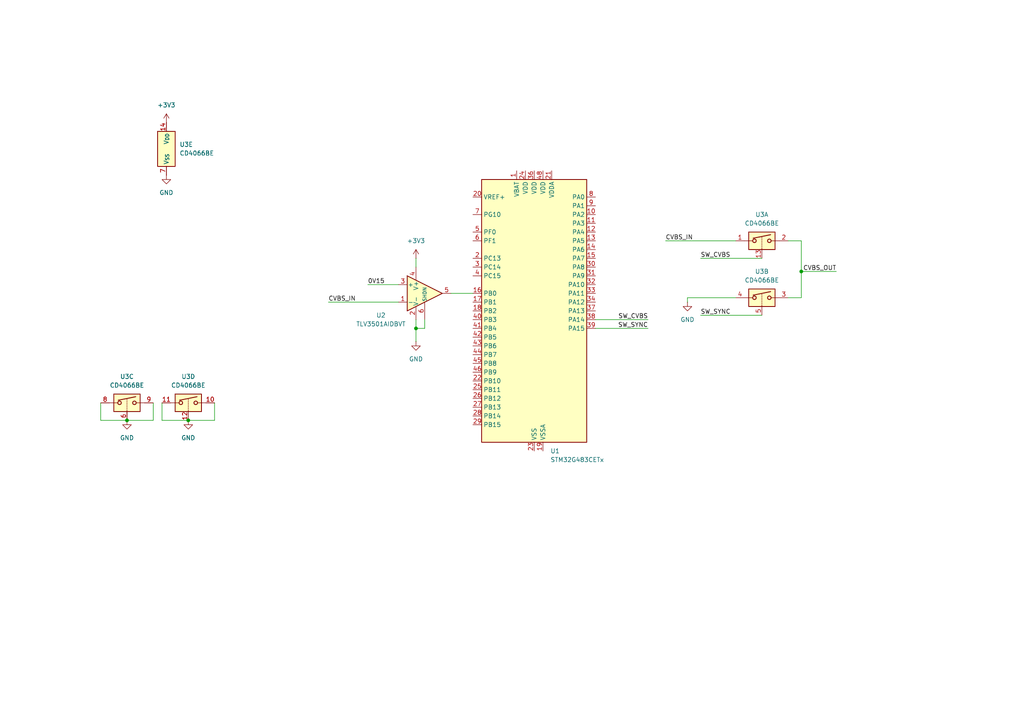
<source format=kicad_sch>
(kicad_sch (version 20250114) (generator "eeschema") (generator_version "9.0")
  (paper "A4")
  (lib_symbols
    (symbol "Analog_Switch:CD4066BE"
      (property "Reference" "U" (at -5.08 3.81 0))
      (property "Value" "CD4066BE" (at 7.62 3.81 0))
      (symbol "CD4066BE_1_1"
        (polyline (pts (xy -5.08 0) (xy -2.794 0)))
        (rectangle (start -3.81 2.54) (end 3.81 -2.54) (stroke (width 0.254)) (fill (type background)))
        (polyline (pts (xy -2.54 0.762) (xy 2.54 1.778)) (stroke (width 0.254)))
        (circle (center -2.159 0) (radius 0.508) (stroke (width 0.254)))
        (polyline (pts (xy 0 0.762) (xy 0 1.016)))
        (polyline (pts (xy 0 0.254) (xy 0 0.508)))
        (polyline (pts (xy 0 -0.254) (xy 0 0)))
        (polyline (pts (xy 0 -0.762) (xy 0 -0.508)))
        (polyline (pts (xy 0 -1.27) (xy 0 -1.016)))
        (polyline (pts (xy 0 -1.778) (xy 0 -1.524)))
        (polyline (pts (xy 0 -2.54) (xy 0 -2.032)))
        (circle (center 2.159 0) (radius 0.508) (stroke (width 0.254)))
        (polyline (pts (xy 5.08 0) (xy 2.794 0)))
        (pin bidirectional line (at -7.62 0 0) (length 2.54) (name "~") (number "1"))
        (pin input line (at 0 -5.08 90) (length 2.54) (name "~") (number "13"))
        (pin bidirectional line (at 7.62 0 180) (length 2.54) (name "~") (number "2"))
      )
      (symbol "CD4066BE_2_1"
        (polyline (pts (xy -5.08 0) (xy -2.794 0)))
        (rectangle (start -3.81 2.54) (end 3.81 -2.54) (stroke (width 0.254)) (fill (type background)))
        (polyline (pts (xy -2.54 0.762) (xy 2.54 1.778)) (stroke (width 0.254)))
        (circle (center -2.159 0) (radius 0.508) (stroke (width 0.254)))
        (polyline (pts (xy 0 0.762) (xy 0 1.016)))
        (polyline (pts (xy 0 0.254) (xy 0 0.508)))
        (polyline (pts (xy 0 -0.254) (xy 0 0)))
        (polyline (pts (xy 0 -0.762) (xy 0 -0.508)))
        (polyline (pts (xy 0 -1.27) (xy 0 -1.016)))
        (polyline (pts (xy 0 -1.778) (xy 0 -1.524)))
        (polyline (pts (xy 0 -2.54) (xy 0 -2.032)))
        (circle (center 2.159 0) (radius 0.508) (stroke (width 0.254)))
        (polyline (pts (xy 5.08 0) (xy 2.794 0)))
        (pin bidirectional line (at -7.62 0 0) (length 2.54) (name "~") (number "4"))
        (pin input line (at 0 -5.08 90) (length 2.54) (name "~") (number "5"))
        (pin bidirectional line (at 7.62 0 180) (length 2.54) (name "~") (number "3"))
      )
      (symbol "CD4066BE_3_1"
        (polyline (pts (xy -5.08 0) (xy -2.794 0)))
        (rectangle (start -3.81 2.54) (end 3.81 -2.54) (stroke (width 0.254)) (fill (type background)))
        (polyline (pts (xy -2.54 0.762) (xy 2.54 1.778)) (stroke (width 0.254)))
        (circle (center -2.159 0) (radius 0.508) (stroke (width 0.254)))
        (polyline (pts (xy 0 0.762) (xy 0 1.016)))
        (polyline (pts (xy 0 0.254) (xy 0 0.508)))
        (polyline (pts (xy 0 -0.254) (xy 0 0)))
        (polyline (pts (xy 0 -0.762) (xy 0 -0.508)))
        (polyline (pts (xy 0 -1.27) (xy 0 -1.016)))
        (polyline (pts (xy 0 -1.778) (xy 0 -1.524)))
        (polyline (pts (xy 0 -2.54) (xy 0 -2.032)))
        (circle (center 2.159 0) (radius 0.508) (stroke (width 0.254)))
        (polyline (pts (xy 5.08 0) (xy 2.794 0)))
        (pin bidirectional line (at -7.62 0 0) (length 2.54) (name "~") (number "8"))
        (pin input line (at 0 -5.08 90) (length 2.54) (name "~") (number "6"))
        (pin bidirectional line (at 7.62 0 180) (length 2.54) (name "~") (number "9"))
      )
      (symbol "CD4066BE_4_1"
        (polyline (pts (xy -5.08 0) (xy -2.794 0)))
        (rectangle (start -3.81 2.54) (end 3.81 -2.54) (stroke (width 0.254)) (fill (type background)))
        (polyline (pts (xy -2.54 0.762) (xy 2.54 1.778)) (stroke (width 0.254)))
        (circle (center -2.159 0) (radius 0.508) (stroke (width 0.254)))
        (polyline (pts (xy 0 0.762) (xy 0 1.016)))
        (polyline (pts (xy 0 0.254) (xy 0 0.508)))
        (polyline (pts (xy 0 -0.254) (xy 0 0)))
        (polyline (pts (xy 0 -0.762) (xy 0 -0.508)))
        (polyline (pts (xy 0 -1.27) (xy 0 -1.016)))
        (polyline (pts (xy 0 -1.778) (xy 0 -1.524)))
        (polyline (pts (xy 0 -2.54) (xy 0 -2.032)))
        (circle (center 2.159 0) (radius 0.508) (stroke (width 0.254)))
        (polyline (pts (xy 5.08 0) (xy 2.794 0)))
        (pin bidirectional line (at -7.62 0 0) (length 2.54) (name "~") (number "11"))
        (pin input line (at 0 -5.08 90) (length 2.54) (name "~") (number "12"))
        (pin bidirectional line (at 7.62 0 180) (length 2.54) (name "~") (number "10"))
      )
      (symbol "CD4066BE_5_1"
        (rectangle (start -2.54 5.08) (end 2.54 -5.08) (stroke (width 0.254)) (fill (type background)))
        (pin power_in line (at 0 7.62 270) (length 2.54) (name "V_{DD}") (number "14"))
        (pin power_in line (at 0 -7.62 90) (length 2.54) (name "V_{SS}") (number "7"))
      )
    )
    (symbol "Comparator:TLV3501AIDBV" (pin_names (offset 0.127))
      (property "Reference" "U" (at 3.81 -5.08 0))
      (property "Value" "TLV3501AIDBV" (at 3.81 -7.62 0))
      (symbol "TLV3501AIDBV_1_1"
        (polyline (pts (xy -5.08 5.08) (xy 5.08 0) (xy -5.08 -5.08) (xy -5.08 5.08)) (stroke (width 0.254)) (fill (type background)))
        (pin input line (at -7.62 2.54 0) (length 2.54) (name "+") (number "3"))
        (pin input line (at -7.62 -2.54 0) (length 2.54) (name "-") (number "1"))
        (pin power_in line (at -2.54 7.62 270) (length 3.81) (name "V+") (number "4"))
        (pin power_in line (at -2.54 -7.62 90) (length 3.81) (name "V-") (number "2"))
        (pin input line (at 0 -7.62 90) (length 5.08) (name "SHDN") (number "6"))
        (pin output line (at 7.62 0 180) (length 2.54) (name "~") (number "5"))
      )
    )
    (symbol "MCU_ST_STM32G4:STM32G483CETx"
      (property "Reference" "U" (at -15.24 39.37 0))
      (property "Value" "STM32G483CETx" (at 7.62 39.37 0))
      (symbol "STM32G483CETx_0_1"
        (rectangle (start -15.24 -38.1) (end 15.24 38.1) (stroke (width 0.254)) (fill (type background)))
      )
      (symbol "STM32G483CETx_1_1"
        (pin input line (at -17.78 33.02 0) (length 2.54) (name "VREF+") (number "20"))
        (pin bidirectional line (at -17.78 27.94 0) (length 2.54) (name "PG10") (number "7"))
        (pin bidirectional line (at -17.78 22.86 0) (length 2.54) (name "PF0") (number "5"))
        (pin bidirectional line (at -17.78 20.32 0) (length 2.54) (name "PF1") (number "6"))
        (pin bidirectional line (at -17.78 15.24 0) (length 2.54) (name "PC13") (number "2"))
        (pin bidirectional line (at -17.78 12.7 0) (length 2.54) (name "PC14") (number "3"))
        (pin bidirectional line (at -17.78 10.16 0) (length 2.54) (name "PC15") (number "4"))
        (pin bidirectional line (at -17.78 5.08 0) (length 2.54) (name "PB0") (number "16"))
        (pin bidirectional line (at -17.78 2.54 0) (length 2.54) (name "PB1") (number "17"))
        (pin bidirectional line (at -17.78 0 0) (length 2.54) (name "PB2") (number "18"))
        (pin bidirectional line (at -17.78 -2.54 0) (length 2.54) (name "PB3") (number "40"))
        (pin bidirectional line (at -17.78 -5.08 0) (length 2.54) (name "PB4") (number "41"))
        (pin bidirectional line (at -17.78 -7.62 0) (length 2.54) (name "PB5") (number "42"))
        (pin bidirectional line (at -17.78 -10.16 0) (length 2.54) (name "PB6") (number "43"))
        (pin bidirectional line (at -17.78 -12.7 0) (length 2.54) (name "PB7") (number "44"))
        (pin bidirectional line (at -17.78 -15.24 0) (length 2.54) (name "PB8") (number "45"))
        (pin bidirectional line (at -17.78 -17.78 0) (length 2.54) (name "PB9") (number "46"))
        (pin bidirectional line (at -17.78 -20.32 0) (length 2.54) (name "PB10") (number "22"))
        (pin bidirectional line (at -17.78 -22.86 0) (length 2.54) (name "PB11") (number "25"))
        (pin bidirectional line (at -17.78 -25.4 0) (length 2.54) (name "PB12") (number "26"))
        (pin bidirectional line (at -17.78 -27.94 0) (length 2.54) (name "PB13") (number "27"))
        (pin bidirectional line (at -17.78 -30.48 0) (length 2.54) (name "PB14") (number "28"))
        (pin bidirectional line (at -17.78 -33.02 0) (length 2.54) (name "PB15") (number "29"))
        (pin power_in line (at -5.08 40.64 270) (length 2.54) (name "VBAT") (number "1"))
        (pin power_in line (at -2.54 40.64 270) (length 2.54) (name "VDD") (number "24"))
        (pin power_in line (at 0 40.64 270) (length 2.54) (name "VDD") (number "36"))
        (pin power_in line (at 0 -40.64 90) (length 2.54) (name "VSS") (number "23"))
        (pin passive line (at 0 -40.64 90) (length 2.54) (hide yes) (name "VSS") (number "35"))
        (pin passive line (at 0 -40.64 90) (length 2.54) (hide yes) (name "VSS") (number "47"))
        (pin power_in line (at 2.54 40.64 270) (length 2.54) (name "VDD") (number "48"))
        (pin power_in line (at 2.54 -40.64 90) (length 2.54) (name "VSSA") (number "19"))
        (pin power_in line (at 5.08 40.64 270) (length 2.54) (name "VDDA") (number "21"))
        (pin bidirectional line (at 17.78 33.02 180) (length 2.54) (name "PA0") (number "8"))
        (pin bidirectional line (at 17.78 30.48 180) (length 2.54) (name "PA1") (number "9"))
        (pin bidirectional line (at 17.78 27.94 180) (length 2.54) (name "PA2") (number "10"))
        (pin bidirectional line (at 17.78 25.4 180) (length 2.54) (name "PA3") (number "11"))
        (pin bidirectional line (at 17.78 22.86 180) (length 2.54) (name "PA4") (number "12"))
        (pin bidirectional line (at 17.78 20.32 180) (length 2.54) (name "PA5") (number "13"))
        (pin bidirectional line (at 17.78 17.78 180) (length 2.54) (name "PA6") (number "14"))
        (pin bidirectional line (at 17.78 15.24 180) (length 2.54) (name "PA7") (number "15"))
        (pin bidirectional line (at 17.78 12.7 180) (length 2.54) (name "PA8") (number "30"))
        (pin bidirectional line (at 17.78 10.16 180) (length 2.54) (name "PA9") (number "31"))
        (pin bidirectional line (at 17.78 7.62 180) (length 2.54) (name "PA10") (number "32"))
        (pin bidirectional line (at 17.78 5.08 180) (length 2.54) (name "PA11") (number "33"))
        (pin bidirectional line (at 17.78 2.54 180) (length 2.54) (name "PA12") (number "34"))
        (pin bidirectional line (at 17.78 0 180) (length 2.54) (name "PA13") (number "37"))
        (pin bidirectional line (at 17.78 -2.54 180) (length 2.54) (name "PA14") (number "38"))
        (pin bidirectional line (at 17.78 -5.08 180) (length 2.54) (name "PA15") (number "39"))
      )
    )
    (symbol "power:+3V3" (power) (pin_numbers (hide yes)) (pin_names (offset 0) (hide yes))
      (property "Value" "+3V3" (at 0 3.556 0))
      (symbol "+3V3_0_1"
        (polyline (pts (xy -0.762 1.27) (xy 0 2.54)))
        (polyline (pts (xy 0 2.54) (xy 0.762 1.27)))
        (polyline (pts (xy 0 0) (xy 0 2.54)))
      )
      (symbol "+3V3_1_1"
        (pin power_in line (at 0 0 90) (length 0) (name "~") (number "1"))
      )
    )
    (symbol "power:GND" (power) (pin_numbers (hide yes)) (pin_names (offset 0) (hide yes))
      (property "Value" "GND" (at 0 -3.81 0))
      (symbol "GND_0_1"
        (polyline (pts (xy 0 0) (xy 0 -1.27) (xy 1.27 -1.27) (xy 0 -2.54) (xy -1.27 -1.27) (xy 0 -1.27)))
      )
      (symbol "GND_1_1"
        (pin power_in line (at 0 0 270) (length 0) (name "~") (number "1"))
      )
    )
  )
  (junction (at 54.61 121.92))
  (junction (at 36.83 121.92))
  (junction (at 232.41 78.74))
  (junction (at 120.65 95.25))
  (wire (pts (xy 203.2 74.93) (xy 220.98 74.93)))
  (wire (pts (xy 44.45 121.92) (xy 44.45 116.84)))
  (wire (pts (xy 36.83 121.92) (xy 29.21 121.92)))
  (wire (pts (xy 172.72 95.25) (xy 187.96 95.25)))
  (wire (pts (xy 29.21 121.92) (xy 29.21 116.84)))
  (wire (pts (xy 106.68 82.55) (xy 115.57 82.55)))
  (wire (pts (xy 36.83 121.92) (xy 44.45 121.92)))
  (wire (pts (xy 54.61 121.92) (xy 62.23 121.92)))
  (wire (pts (xy 232.41 78.74) (xy 232.41 86.36)))
  (wire (pts (xy 199.39 86.36) (xy 199.39 87.63)))
  (wire (pts (xy 123.19 92.71) (xy 123.19 95.25)))
  (wire (pts (xy 130.81 85.09) (xy 137.16 85.09)))
  (wire (pts (xy 120.65 95.25) (xy 120.65 99.06)))
  (wire (pts (xy 193.04 69.85) (xy 213.36 69.85)))
  (wire (pts (xy 232.41 69.85) (xy 232.41 78.74)))
  (wire (pts (xy 123.19 95.25) (xy 120.65 95.25)))
  (wire (pts (xy 232.41 86.36) (xy 228.6 86.36)))
  (wire (pts (xy 62.23 121.92) (xy 62.23 116.84)))
  (wire (pts (xy 228.6 69.85) (xy 232.41 69.85)))
  (wire (pts (xy 213.36 86.36) (xy 199.39 86.36)))
  (wire (pts (xy 46.99 121.92) (xy 54.61 121.92)))
  (wire (pts (xy 120.65 74.93) (xy 120.65 77.47)))
  (wire (pts (xy 120.65 92.71) (xy 120.65 95.25)))
  (wire (pts (xy 46.99 121.92) (xy 46.99 116.84)))
  (wire (pts (xy 203.2 91.44) (xy 220.98 91.44)))
  (wire (pts (xy 95.25 87.63) (xy 115.57 87.63)))
  (wire (pts (xy 232.41 78.74) (xy 242.57 78.74)))
  (wire (pts (xy 172.72 92.71) (xy 187.96 92.71)))
  (label "SW_CVBS" (at 203.2 74.93 0))
  (label "CVBS_IN" (at 95.25 87.63 0))
  (label "CVBS_IN" (at 193.04 69.85 0))
  (label "SW_SYNC" (at 187.96 95.25 180))
  (label "CVBS_OUT" (at 242.57 78.74 180))
  (label "0V15" (at 106.68 82.55 0))
  (label "SW_SYNC" (at 203.2 91.44 0))
  (label "SW_CVBS" (at 187.96 92.71 180))
  (symbol (lib_id "power:+3V3") (at 48.26 35.56 0) (unit 1)
    (property "Reference" "#PWR03" (effects (hide yes)))
    (property "Value" "+3V3" (at 48.26 30.48 0))
    (property "Description" "Power symbol creates a global label with name \"+3V3\"" (effects (hide yes)))
  )
  (symbol (lib_id "Comparator:TLV3501AIDBV") (at 123.19 85.09 0) (unit 1)
    (property "Reference" "U2" (at 110.49 91.44 0))
    (property "Value" "TLV3501AIDBVT" (at 110.49 93.98 0))
    (property "Footprint" "Package_TO_SOT_SMD:SOT-23-6" (effects (hide yes)))
    (property "Datasheet" "https://www.ti.com/lit/ds/symlink/tlv3501.pdf" (effects (hide yes)))
    (property "Description" "High-Speed Comparator, 4.5-ns, Rail-to-Rail, Push-Pull CMOS Output, SOT-23-6" (effects (hide yes)))
  )
  (symbol (lib_id "Analog_Switch:CD4066BE") (at 48.26 43.18 0) (unit 5)
    (property "Reference" "U3" (at 52.07 41.9099 0) (effects (justify left)))
    (property "Value" "CD4066BE" (at 52.07 44.4499 0) (effects (justify left)))
    (property "Footprint" "Package_DIP:DIP-14_W7.62mm" (effects (hide yes)))
    (property "Datasheet" "https://www.ti.com/lit/ds/symlink/cd4066b.pdf" (effects (hide yes)))
    (property "Description" "Quad 20V analog SPST 1:1 switch, DIP-14" (effects (hide yes)))
  )
  (symbol (lib_id "Analog_Switch:CD4066BE") (at 220.98 69.85 0) (unit 1)
    (property "Reference" "U3" (at 220.98 62.23 0))
    (property "Value" "CD4066BE" (at 220.98 64.77 0))
    (property "Footprint" "Package_DIP:DIP-14_W7.62mm" (effects (hide yes)))
    (property "Datasheet" "https://www.ti.com/lit/ds/symlink/cd4066b.pdf" (effects (hide yes)))
    (property "Description" "Quad 20V analog SPST 1:1 switch, DIP-14" (effects (hide yes)))
  )
  (symbol (lib_id "power:+3V3") (at 120.65 74.93 0) (unit 1)
    (property "Reference" "#PWR02" (effects (hide yes)))
    (property "Value" "+3V3" (at 120.65 69.85 0))
    (property "Description" "Power symbol creates a global label with name \"+3V3\"" (effects (hide yes)))
  )
  (symbol (lib_id "MCU_ST_STM32G4:STM32G483CETx") (at 154.94 90.17 0) (unit 1)
    (property "Reference" "U1" (at 159.6233 130.81 0) (effects (justify left)))
    (property "Value" "STM32G483CETx" (at 159.6233 133.35 0) (effects (justify left)))
    (property "Footprint" "Package_QFP:LQFP-48_7x7mm_P0.5mm" (effects (hide yes)))
    (property "Datasheet" "https://www.st.com/resource/en/datasheet/stm32g483ce.pdf" (effects (hide yes)))
    (property "Description" "STMicroelectronics Arm Cortex-M4 MCU, 512KB flash, 128KB RAM, 170 MHz, 1.71-3.6V, 38 GPIO, LQFP48" (effects (hide yes)))
  )
  (symbol (lib_id "Analog_Switch:CD4066BE") (at 220.98 86.36 0) (unit 2)
    (property "Reference" "U3" (at 220.98 78.74 0))
    (property "Value" "CD4066BE" (at 220.98 81.28 0))
    (property "Footprint" "Package_DIP:DIP-14_W7.62mm" (effects (hide yes)))
    (property "Datasheet" "https://www.ti.com/lit/ds/symlink/cd4066b.pdf" (effects (hide yes)))
    (property "Description" "Quad 20V analog SPST 1:1 switch, DIP-14" (effects (hide yes)))
  )
  (symbol (lib_id "Analog_Switch:CD4066BE") (at 54.61 116.84 0) (unit 4)
    (property "Reference" "U3" (at 54.61 109.22 0))
    (property "Value" "CD4066BE" (at 54.61 111.76 0))
    (property "Footprint" "Package_DIP:DIP-14_W7.62mm" (effects (hide yes)))
    (property "Datasheet" "https://www.ti.com/lit/ds/symlink/cd4066b.pdf" (effects (hide yes)))
    (property "Description" "Quad 20V analog SPST 1:1 switch, DIP-14" (effects (hide yes)))
  )
  (symbol (lib_id "power:GND") (at 48.26 50.8 0) (unit 1)
    (property "Reference" "#PWR04" (effects (hide yes)))
    (property "Value" "GND" (at 48.26 55.88 0))
    (property "Description" "Power symbol creates a global label with name \"GND\" , ground" (effects (hide yes)))
  )
  (symbol (lib_id "power:GND") (at 199.39 87.63 0) (unit 1)
    (property "Reference" "#PWR07" (effects (hide yes)))
    (property "Value" "GND" (at 199.39 92.71 0))
    (property "Description" "Power symbol creates a global label with name \"GND\" , ground" (effects (hide yes)))
  )
  (symbol (lib_id "power:GND") (at 120.65 99.06 0) (unit 1)
    (property "Reference" "#PWR01" (effects (hide yes)))
    (property "Value" "GND" (at 120.65 104.14 0))
    (property "Description" "Power symbol creates a global label with name \"GND\" , ground" (effects (hide yes)))
  )
  (symbol (lib_id "power:GND") (at 36.83 121.92 0) (unit 1)
    (property "Reference" "#PWR06" (effects (hide yes)))
    (property "Value" "GND" (at 36.83 127 0))
    (property "Description" "Power symbol creates a global label with name \"GND\" , ground" (effects (hide yes)))
  )
  (symbol (lib_id "power:GND") (at 54.61 121.92 0) (unit 1)
    (property "Reference" "#PWR05" (effects (hide yes)))
    (property "Value" "GND" (at 54.61 127 0))
    (property "Description" "Power symbol creates a global label with name \"GND\" , ground" (effects (hide yes)))
  )
  (symbol (lib_id "Analog_Switch:CD4066BE") (at 36.83 116.84 0) (unit 3)
    (property "Reference" "U3" (at 36.83 109.22 0))
    (property "Value" "CD4066BE" (at 36.83 111.76 0))
    (property "Footprint" "Package_DIP:DIP-14_W7.62mm" (effects (hide yes)))
    (property "Datasheet" "https://www.ti.com/lit/ds/symlink/cd4066b.pdf" (effects (hide yes)))
    (property "Description" "Quad 20V analog SPST 1:1 switch, DIP-14" (effects (hide yes)))
  )
)
</source>
